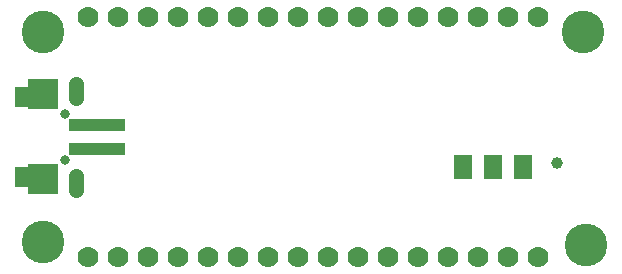
<source format=gbr>
G04 EAGLE Gerber RS-274X export*
G75*
%MOMM*%
%FSLAX34Y34*%
%LPD*%
%INSoldermask Bottom*%
%IPPOS*%
%AMOC8*
5,1,8,0,0,1.08239X$1,22.5*%
G01*
%ADD10C,3.617600*%
%ADD11C,0.801600*%
%ADD12R,2.601600X2.601600*%
%ADD13C,1.309600*%
%ADD14C,1.001600*%
%ADD15R,1.601600X2.101600*%
%ADD16C,1.778000*%
%ADD17R,4.701600X1.101600*%
%ADD18R,3.501600X1.701600*%


D10*
X25400Y203200D03*
X25400Y25400D03*
X485140Y22860D03*
D11*
X44450Y133800D03*
X44450Y94800D03*
D12*
X25450Y78300D03*
X25450Y150300D03*
D13*
X53450Y147300D02*
X53450Y159380D01*
X53450Y81300D02*
X53450Y69220D01*
D14*
X461060Y92300D03*
D15*
X431800Y88900D03*
X406400Y88900D03*
D16*
X63500Y215900D03*
X88900Y215900D03*
X114300Y215900D03*
X139700Y215900D03*
X165100Y215900D03*
X190500Y215900D03*
X215900Y215900D03*
X241300Y215900D03*
X266700Y215900D03*
X292100Y215900D03*
X317500Y215900D03*
X342900Y215900D03*
X368300Y215900D03*
X393700Y215900D03*
X419100Y215900D03*
X444500Y215900D03*
X444500Y12700D03*
X419100Y12700D03*
X393700Y12700D03*
X368300Y12700D03*
X342900Y12700D03*
X317500Y12700D03*
X292100Y12700D03*
X266700Y12700D03*
X241300Y12700D03*
X215900Y12700D03*
X190500Y12700D03*
X165100Y12700D03*
X139700Y12700D03*
X114300Y12700D03*
X88900Y12700D03*
X63500Y12700D03*
D10*
X482600Y203200D03*
D15*
X381000Y88900D03*
D17*
X71290Y124300D03*
X71290Y104300D03*
D18*
X19290Y148300D03*
X19290Y80300D03*
M02*

</source>
